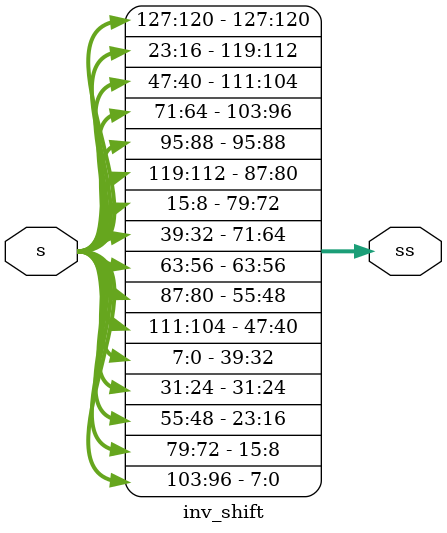
<source format=v>
module inv_shift(s,ss);
  input [127:0] s;
  output reg [127:0] ss;
   
    
    always@(s) begin 
      ss[7:0]<=s[103:96];
      ss[15:8]<=s[79:72];
      ss[23:16]<=s[55:48];
      ss[31:24]<=s[31:24];
      ss[39:32]<=s[7:0];
      ss[47:40]<=s[111:104];
      ss[55:48]<=s[87:80];
      ss[63:56]<=s[63:56];
      ss[71:64]<=s[39:32];
      ss[79:72]<=s[15:8];
      ss[87:80]<=s[119:112];
      ss[95:88]<=s[95:88];
      ss[103:96]<=s[71:64];
      ss[111:104]<=s[47:40];
      ss[119:112]<=s[23:16];
      ss[127:120]<=s[127:120];
    end
  endmodule

</source>
